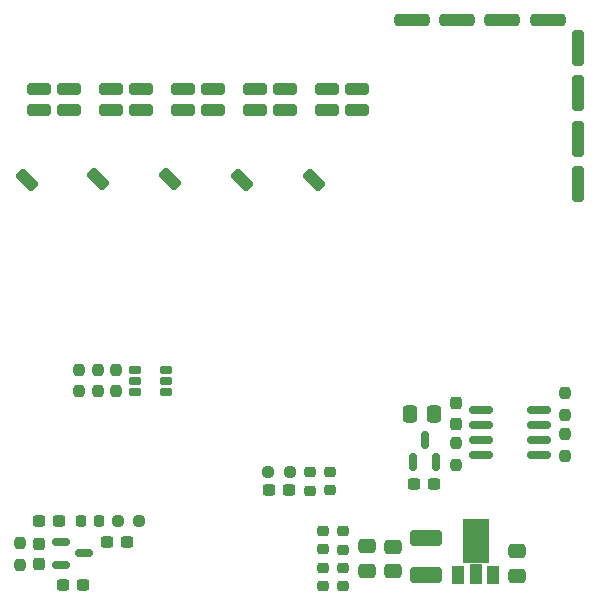
<source format=gbr>
%TF.GenerationSoftware,KiCad,Pcbnew,8.0.3*%
%TF.CreationDate,2024-07-16T20:49:30+03:00*%
%TF.ProjectId,PCBcoil,50434263-6f69-46c2-9e6b-696361645f70,rev?*%
%TF.SameCoordinates,Original*%
%TF.FileFunction,Paste,Top*%
%TF.FilePolarity,Positive*%
%FSLAX46Y46*%
G04 Gerber Fmt 4.6, Leading zero omitted, Abs format (unit mm)*
G04 Created by KiCad (PCBNEW 8.0.3) date 2024-07-16 20:49:30*
%MOMM*%
%LPD*%
G01*
G04 APERTURE LIST*
G04 Aperture macros list*
%AMRoundRect*
0 Rectangle with rounded corners*
0 $1 Rounding radius*
0 $2 $3 $4 $5 $6 $7 $8 $9 X,Y pos of 4 corners*
0 Add a 4 corners polygon primitive as box body*
4,1,4,$2,$3,$4,$5,$6,$7,$8,$9,$2,$3,0*
0 Add four circle primitives for the rounded corners*
1,1,$1+$1,$2,$3*
1,1,$1+$1,$4,$5*
1,1,$1+$1,$6,$7*
1,1,$1+$1,$8,$9*
0 Add four rect primitives between the rounded corners*
20,1,$1+$1,$2,$3,$4,$5,0*
20,1,$1+$1,$4,$5,$6,$7,0*
20,1,$1+$1,$6,$7,$8,$9,0*
20,1,$1+$1,$8,$9,$2,$3,0*%
G04 Aperture macros list end*
%ADD10RoundRect,0.218750X-0.256250X0.218750X-0.256250X-0.218750X0.256250X-0.218750X0.256250X0.218750X0*%
%ADD11RoundRect,0.250000X0.750000X-0.250000X0.750000X0.250000X-0.750000X0.250000X-0.750000X-0.250000X0*%
%ADD12RoundRect,0.237500X0.300000X0.237500X-0.300000X0.237500X-0.300000X-0.237500X0.300000X-0.237500X0*%
%ADD13RoundRect,0.250000X1.100000X-0.412500X1.100000X0.412500X-1.100000X0.412500X-1.100000X-0.412500X0*%
%ADD14RoundRect,0.250000X0.250000X1.250000X-0.250000X1.250000X-0.250000X-1.250000X0.250000X-1.250000X0*%
%ADD15RoundRect,0.250000X-0.750000X0.250000X-0.750000X-0.250000X0.750000X-0.250000X0.750000X0.250000X0*%
%ADD16RoundRect,0.150000X0.150000X-0.587500X0.150000X0.587500X-0.150000X0.587500X-0.150000X-0.587500X0*%
%ADD17RoundRect,0.250000X1.250000X-0.250000X1.250000X0.250000X-1.250000X0.250000X-1.250000X-0.250000X0*%
%ADD18RoundRect,0.237500X0.237500X-0.250000X0.237500X0.250000X-0.237500X0.250000X-0.237500X-0.250000X0*%
%ADD19RoundRect,0.250000X0.475000X-0.337500X0.475000X0.337500X-0.475000X0.337500X-0.475000X-0.337500X0*%
%ADD20RoundRect,0.150000X-0.825000X-0.150000X0.825000X-0.150000X0.825000X0.150000X-0.825000X0.150000X0*%
%ADD21RoundRect,0.237500X-0.250000X-0.237500X0.250000X-0.237500X0.250000X0.237500X-0.250000X0.237500X0*%
%ADD22RoundRect,0.150000X-0.587500X-0.150000X0.587500X-0.150000X0.587500X0.150000X-0.587500X0.150000X0*%
%ADD23RoundRect,0.250000X-0.353553X0.707107X-0.707107X0.353553X0.353553X-0.707107X0.707107X-0.353553X0*%
%ADD24RoundRect,0.250000X-0.337500X-0.475000X0.337500X-0.475000X0.337500X0.475000X-0.337500X0.475000X0*%
%ADD25RoundRect,0.237500X0.250000X0.237500X-0.250000X0.237500X-0.250000X-0.237500X0.250000X-0.237500X0*%
%ADD26R,1.000000X1.500000*%
%ADD27R,2.200000X3.700000*%
%ADD28R,1.000000X1.800000*%
%ADD29RoundRect,0.237500X-0.300000X-0.237500X0.300000X-0.237500X0.300000X0.237500X-0.300000X0.237500X0*%
%ADD30RoundRect,0.218750X-0.218750X-0.256250X0.218750X-0.256250X0.218750X0.256250X-0.218750X0.256250X0*%
%ADD31RoundRect,0.150000X0.400000X0.150000X-0.400000X0.150000X-0.400000X-0.150000X0.400000X-0.150000X0*%
%ADD32RoundRect,0.218750X0.256250X-0.218750X0.256250X0.218750X-0.256250X0.218750X-0.256250X-0.218750X0*%
%ADD33RoundRect,0.237500X-0.237500X0.300000X-0.237500X-0.300000X0.237500X-0.300000X0.237500X0.300000X0*%
%ADD34RoundRect,0.237500X0.237500X-0.300000X0.237500X0.300000X-0.237500X0.300000X-0.237500X-0.300000X0*%
G04 APERTURE END LIST*
D10*
%TO.C,D10*%
X120077500Y-126375000D03*
X120077500Y-127950000D03*
%TD*%
D11*
%TO.C,REF\u002A\u002A*%
X96055000Y-87606875D03*
%TD*%
%TO.C,REF\u002A\u002A*%
X116867022Y-87606313D03*
%TD*%
%TO.C,REF\u002A\u002A*%
X98605000Y-87606875D03*
%TD*%
%TO.C,REF\u002A\u002A*%
X122948511Y-87606594D03*
%TD*%
D12*
%TO.C,C19*%
X103512500Y-124205000D03*
X101787500Y-124205000D03*
%TD*%
D13*
%TO.C,C21*%
X128767500Y-127007500D03*
X128767500Y-123882500D03*
%TD*%
D14*
%TO.C,REF\u002A\u002A*%
X141637276Y-86214006D03*
%TD*%
D15*
%TO.C,REF\u002A\u002A*%
X98605000Y-85847327D03*
%TD*%
D16*
%TO.C,Q1*%
X127725000Y-117416250D03*
X129625000Y-117416250D03*
X128675000Y-115541250D03*
%TD*%
D17*
%TO.C,REF\u002A\u002A*%
X135257276Y-80044006D03*
%TD*%
D15*
%TO.C,REF\u002A\u002A*%
X108230000Y-85847327D03*
%TD*%
D18*
%TO.C,R14*%
X94402500Y-126155000D03*
X94402500Y-124330000D03*
%TD*%
D19*
%TO.C,C15*%
X123817500Y-126652500D03*
X123817500Y-124577500D03*
%TD*%
D20*
%TO.C,U3*%
X133445000Y-113028750D03*
X133445000Y-114298750D03*
X133445000Y-115568750D03*
X133445000Y-116838750D03*
X138395000Y-116838750D03*
X138395000Y-115568750D03*
X138395000Y-114298750D03*
X138395000Y-113028750D03*
%TD*%
D21*
%TO.C,R13*%
X102682500Y-122405000D03*
X104507500Y-122405000D03*
%TD*%
D15*
%TO.C,REF\u002A\u002A*%
X114305000Y-85847327D03*
%TD*%
%TO.C,REF\u002A\u002A*%
X104686489Y-85847608D03*
%TD*%
%TO.C,REF\u002A\u002A*%
X116855000Y-85847327D03*
%TD*%
D11*
%TO.C,REF\u002A\u002A*%
X114317022Y-87606313D03*
%TD*%
D22*
%TO.C,Q3*%
X97925000Y-124215000D03*
X97925000Y-126115000D03*
X99800000Y-125165000D03*
%TD*%
D10*
%TO.C,D9*%
X121777500Y-126387500D03*
X121777500Y-127962500D03*
%TD*%
D23*
%TO.C,*%
X107108698Y-93506875D03*
%TD*%
D10*
%TO.C,D3*%
X118975000Y-118280000D03*
X118975000Y-119855000D03*
%TD*%
D14*
%TO.C,REF\u002A\u002A*%
X141637276Y-82394006D03*
%TD*%
D19*
%TO.C,C22*%
X136477500Y-127042500D03*
X136477500Y-124967500D03*
%TD*%
D24*
%TO.C,C12*%
X127427500Y-113388750D03*
X129502500Y-113388750D03*
%TD*%
D17*
%TO.C,REF\u002A\u002A*%
X127617276Y-80044006D03*
%TD*%
%TO.C,REF\u002A\u002A*%
X139077276Y-80044006D03*
%TD*%
D25*
%TO.C,R10*%
X117257500Y-118245000D03*
X115432500Y-118245000D03*
%TD*%
D23*
%TO.C,*%
X101033698Y-93506875D03*
%TD*%
D11*
%TO.C,REF\u002A\u002A*%
X108223511Y-87606594D03*
%TD*%
D15*
%TO.C,REF\u002A\u002A*%
X96055000Y-85847327D03*
%TD*%
D23*
%TO.C,*%
X119308698Y-93531875D03*
%TD*%
D26*
%TO.C,U4*%
X131497500Y-127022500D03*
D27*
X132997500Y-124122500D03*
D28*
X132997500Y-126872500D03*
D26*
X134497500Y-127022500D03*
%TD*%
D29*
%TO.C,C17*%
X98050000Y-127835000D03*
X99775000Y-127835000D03*
%TD*%
D11*
%TO.C,REF\u002A\u002A*%
X104698511Y-87606594D03*
%TD*%
%TO.C,REF\u002A\u002A*%
X110773511Y-87606594D03*
%TD*%
D12*
%TO.C,C13*%
X129457500Y-119278750D03*
X127732500Y-119278750D03*
%TD*%
D10*
%TO.C,D6*%
X120077500Y-123237500D03*
X120077500Y-124812500D03*
%TD*%
D30*
%TO.C,D8*%
X99545000Y-122405000D03*
X101120000Y-122405000D03*
%TD*%
D18*
%TO.C,R9*%
X131335000Y-117658750D03*
X131335000Y-115833750D03*
%TD*%
%TO.C,R12*%
X99422500Y-111450000D03*
X99422500Y-109625000D03*
%TD*%
D23*
%TO.C,*%
X113233698Y-93556875D03*
%TD*%
D18*
%TO.C,R15*%
X100982500Y-111450000D03*
X100982500Y-109625000D03*
%TD*%
D19*
%TO.C,C20*%
X126007500Y-126662500D03*
X126007500Y-124587500D03*
%TD*%
D18*
%TO.C,R7*%
X140535000Y-116901250D03*
X140535000Y-115076250D03*
%TD*%
D14*
%TO.C,REF\u002A\u002A*%
X141637276Y-90064006D03*
%TD*%
%TO.C,REF\u002A\u002A*%
X141637276Y-93854006D03*
%TD*%
D10*
%TO.C,D7*%
X121787500Y-123267500D03*
X121787500Y-124842500D03*
%TD*%
D18*
%TO.C,R8*%
X140535000Y-113411250D03*
X140535000Y-111586250D03*
%TD*%
D15*
%TO.C,REF\u002A\u002A*%
X122948511Y-85847046D03*
%TD*%
D29*
%TO.C,C18*%
X96010000Y-122405000D03*
X97735000Y-122405000D03*
%TD*%
D31*
%TO.C,U5*%
X106752500Y-111527500D03*
X106752500Y-110577500D03*
X106752500Y-109627500D03*
X104152500Y-109627500D03*
X104152500Y-110577500D03*
X104152500Y-111527500D03*
%TD*%
D17*
%TO.C,REF\u002A\u002A*%
X131407276Y-80044006D03*
%TD*%
D11*
%TO.C,REF\u002A\u002A*%
X102148511Y-87606594D03*
%TD*%
%TO.C,REF\u002A\u002A*%
X120398511Y-87606594D03*
%TD*%
D15*
%TO.C,REF\u002A\u002A*%
X120398511Y-85847046D03*
%TD*%
D23*
%TO.C,*%
X94983698Y-93556875D03*
%TD*%
D32*
%TO.C,D4*%
X120685000Y-119825000D03*
X120685000Y-118250000D03*
%TD*%
D33*
%TO.C,C16*%
X96012500Y-124382500D03*
X96012500Y-126107500D03*
%TD*%
D34*
%TO.C,C11*%
X131315000Y-114178750D03*
X131315000Y-112453750D03*
%TD*%
D15*
%TO.C,REF\u002A\u002A*%
X102136489Y-85847608D03*
%TD*%
D29*
%TO.C,C14*%
X115502500Y-119815000D03*
X117227500Y-119815000D03*
%TD*%
D15*
%TO.C,REF\u002A\u002A*%
X110780000Y-85847327D03*
%TD*%
D18*
%TO.C,R16*%
X102542500Y-111460000D03*
X102542500Y-109635000D03*
%TD*%
M02*

</source>
